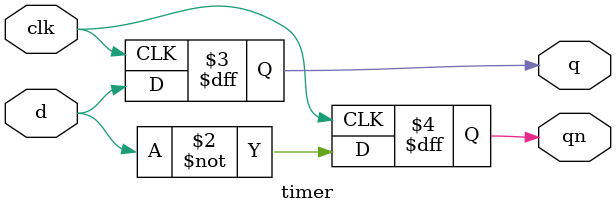
<source format=v>
`timescale 1ns / 1ps


module timer(
input clk,d,
output q,qn );
reg q,qn;
always@(negedge clk)
begin
   q <=d;
   qn <=~d;
end   
endmodule

</source>
